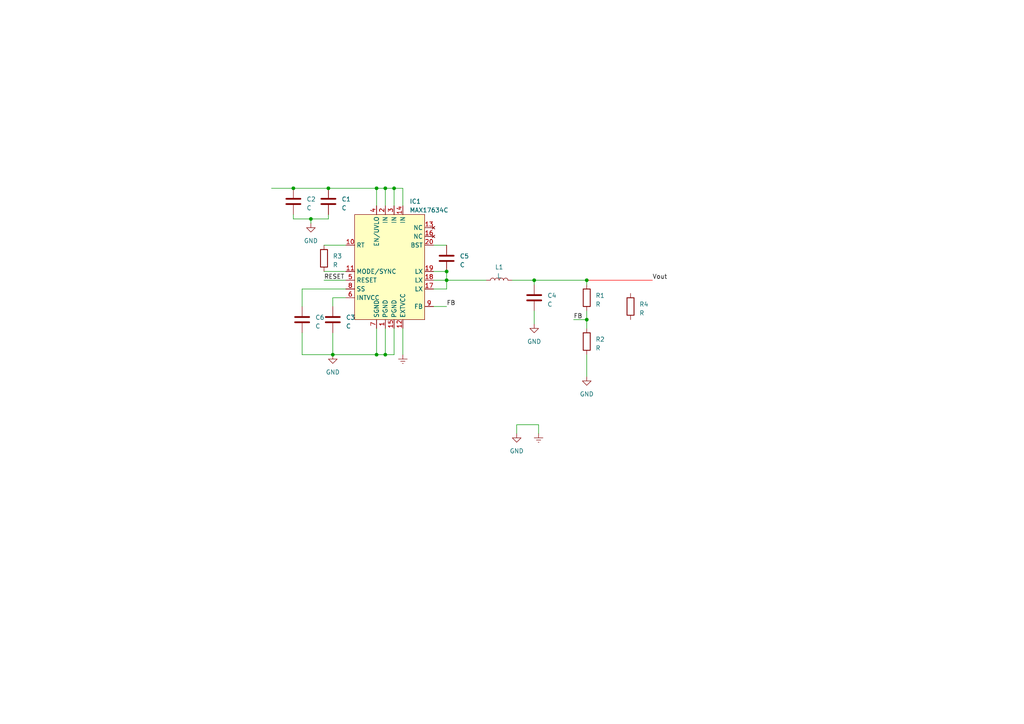
<source format=kicad_sch>
(kicad_sch (version 20230121) (generator eeschema)
  (paper "A4")
  (lib_symbols
    (symbol "Audio_DSP:MAX17634C"
      (property "Reference" "IC" (at 10.16 19.05 0))
      (property "Value" "MAX17634C" (at 10.16 16.51 0))
      (symbol "MAX17634C_0_1"
        (rectangle (start -10.16 15.24) (end 10.16 -15.24) (fill (type background)))
      )
      (symbol "MAX17634C_1_0"
        (pin no_connect line (at 12.7 8.89 180) (length 2.54) (name "NC") (number "16"))
      )
      (symbol "MAX17634C_1_1"
        (pin passive line (at -1.27 -17.78 90) (length 2.54) (name "PGND") (number "1"))
        (pin passive line (at -12.7 6.35 0) (length 2.54) (name "RT") (number "10"))
        (pin passive line (at -12.7 -1.27 0) (length 2.54) (name "MODE/SYNC") (number "11"))
        (pin passive line (at 3.81 -17.78 90) (length 2.54) (name "EXTVCC") (number "12"))
        (pin no_connect line (at 12.7 11.43 180) (length 2.54) (name "NC") (number "13"))
        (pin power_in line (at 3.81 17.78 270) (length 2.54) (name "IN") (number "14"))
        (pin passive line (at 1.27 -17.78 90) (length 2.54) (name "PGND") (number "15"))
        (pin power_out line (at 12.7 -6.35 180) (length 2.54) (name "LX") (number "17"))
        (pin power_out line (at 12.7 -3.81 180) (length 2.54) (name "LX") (number "18"))
        (pin power_out line (at 12.7 -1.27 180) (length 2.54) (name "LX") (number "19"))
        (pin power_in line (at -1.27 17.78 270) (length 2.54) (name "IN") (number "2"))
        (pin passive line (at 12.7 6.35 180) (length 2.54) (name "BST") (number "20"))
        (pin power_in line (at 1.27 17.78 270) (length 2.54) (name "IN") (number "3"))
        (pin passive line (at -3.81 17.78 270) (length 2.54) (name "EN/UVLO") (number "4"))
        (pin passive line (at -12.7 -3.81 0) (length 2.54) (name "RESET") (number "5"))
        (pin power_in line (at -12.7 -8.89 0) (length 2.54) (name "INTVCC") (number "6"))
        (pin passive line (at -3.81 -17.78 90) (length 2.54) (name "SGND") (number "7"))
        (pin passive line (at -12.7 -6.35 0) (length 2.54) (name "SS") (number "8"))
        (pin passive line (at 12.7 -11.43 180) (length 2.54) (name "FB") (number "9"))
      )
    )
    (symbol "Device:C" (pin_numbers hide) (pin_names (offset 0.254))
      (property "Reference" "C" (at 0.635 2.54 0))
      (property "Value" "C" (at 0.635 -2.54 0))
      (symbol "C_0_1"
        (polyline (pts (xy -2.032 -0.762) (xy 2.032 -0.762)) (stroke (width 0.508)))
        (polyline (pts (xy -2.032 0.762) (xy 2.032 0.762)) (stroke (width 0.508)))
      )
      (symbol "C_1_1"
        (pin passive line (at 0 3.81 270) (length 2.794) (name "~") (number "1"))
        (pin passive line (at 0 -3.81 90) (length 2.794) (name "~") (number "2"))
      )
    )
    (symbol "Device:L" (pin_numbers hide) (pin_names (offset 1.016) hide)
      (property "Reference" "L" (at -1.27 0 90))
      (property "Value" "L" (at 1.905 0 90))
      (symbol "L_0_1"
        (arc (start 0 -2.54) (mid 0.6323 -1.905) (end 0 -1.27))
        (arc (start 0 -1.27) (mid 0.6323 -0.635) (end 0 0))
        (arc (start 0 0) (mid 0.6323 0.635) (end 0 1.27))
        (arc (start 0 1.27) (mid 0.6323 1.905) (end 0 2.54))
      )
      (symbol "L_1_1"
        (pin passive line (at 0 3.81 270) (length 1.27) (name "1") (number "1"))
        (pin passive line (at 0 -3.81 90) (length 1.27) (name "2") (number "2"))
      )
    )
    (symbol "Device:R" (pin_numbers hide) (pin_names (offset 0))
      (property "Reference" "R" (at 2.032 0 90))
      (property "Value" "R" (at 0 0 90))
      (symbol "R_0_1"
        (rectangle (start -1.016 -2.54) (end 1.016 2.54) (stroke (width 0.254)))
      )
      (symbol "R_1_1"
        (pin passive line (at 0 3.81 270) (length 1.27) (name "~") (number "1"))
        (pin passive line (at 0 -3.81 90) (length 1.27) (name "~") (number "2"))
      )
    )
    (symbol "power:Earth" (power) (pin_names (offset 0))
      (symbol "Earth_0_1"
        (polyline (pts (xy -0.635 -1.905) (xy 0.635 -1.905)))
        (polyline (pts (xy -0.127 -2.54) (xy 0.127 -2.54)))
        (polyline (pts (xy 0 -1.27) (xy 0 0)))
        (polyline (pts (xy 1.27 -1.27) (xy -1.27 -1.27)))
      )
      (symbol "Earth_1_1"
        (pin power_in line (at 0 0 270) (length 0) hide (name "Earth") (number "1"))
      )
    )
    (symbol "power:GND" (power) (pin_names (offset 0))
      (property "Value" "GND" (at 0 -3.81 0))
      (symbol "GND_0_1"
        (polyline (pts (xy 0 0) (xy 0 -1.27) (xy 1.27 -1.27) (xy 0 -2.54) (xy -1.27 -1.27) (xy 0 -1.27)))
      )
      (symbol "GND_1_1"
        (pin power_in line (at 0 0 270) (length 0) hide (name "GND") (number "1"))
      )
    )
  )
  (junction (at 170.18 92.71))
  (junction (at 109.22 102.87))
  (junction (at 90.17 63.5))
  (junction (at 114.3 54.61))
  (junction (at 111.76 54.61))
  (junction (at 154.94 81.28))
  (junction (at 170.18 81.28))
  (junction (at 85.09 54.61))
  (junction (at 129.54 78.74))
  (junction (at 109.22 54.61))
  (junction (at 129.54 81.28))
  (junction (at 95.25 54.61))
  (junction (at 111.76 102.87))
  (junction (at 96.52 102.87))
  (wire (pts (xy 125.73 88.9) (xy 129.54 88.9)))
  (wire (pts (xy 100.33 83.82) (xy 87.63 83.82)))
  (wire (pts (xy 154.94 81.28) (xy 148.59 81.28)))
  (wire (pts (xy 116.84 59.69) (xy 116.84 54.61)))
  (wire (pts (xy 109.22 59.69) (xy 109.22 54.61)))
  (wire (pts (xy 111.76 54.61) (xy 114.3 54.61)))
  (wire (pts (xy 170.18 81.28) (xy 189.23 81.28)) (stroke (width 0) (color 255 0 0 1)))
  (wire (pts (xy 85.09 62.23) (xy 85.09 63.5)))
  (wire (pts (xy 125.73 71.12) (xy 129.54 71.12)))
  (wire (pts (xy 129.54 81.28) (xy 129.54 78.74)))
  (wire (pts (xy 93.98 81.28) (xy 100.33 81.28)))
  (wire (pts (xy 87.63 96.52) (xy 87.63 102.87)))
  (wire (pts (xy 93.98 78.74) (xy 100.33 78.74)))
  (wire (pts (xy 125.73 78.74) (xy 129.54 78.74)))
  (wire (pts (xy 87.63 83.82) (xy 87.63 88.9)))
  (wire (pts (xy 109.22 54.61) (xy 111.76 54.61)))
  (wire (pts (xy 95.25 62.23) (xy 95.25 63.5)))
  (wire (pts (xy 111.76 95.25) (xy 111.76 102.87)))
  (wire (pts (xy 114.3 102.87) (xy 111.76 102.87)))
  (wire (pts (xy 85.09 54.61) (xy 95.25 54.61)))
  (wire (pts (xy 149.86 123.19) (xy 156.21 123.19)))
  (wire (pts (xy 96.52 86.36) (xy 96.52 88.9)))
  (wire (pts (xy 156.21 123.19) (xy 156.21 125.73)))
  (wire (pts (xy 125.73 81.28) (xy 129.54 81.28)))
  (wire (pts (xy 166.37 92.71) (xy 170.18 92.71)))
  (wire (pts (xy 95.25 63.5) (xy 90.17 63.5)))
  (wire (pts (xy 111.76 54.61) (xy 111.76 59.69)))
  (wire (pts (xy 170.18 81.28) (xy 170.18 82.55)))
  (wire (pts (xy 114.3 54.61) (xy 116.84 54.61)))
  (wire (pts (xy 170.18 102.87) (xy 170.18 109.22)))
  (wire (pts (xy 78.74 54.61) (xy 85.09 54.61)))
  (wire (pts (xy 154.94 90.17) (xy 154.94 93.98)))
  (wire (pts (xy 154.94 81.28) (xy 170.18 81.28)))
  (wire (pts (xy 129.54 83.82) (xy 129.54 81.28)))
  (wire (pts (xy 114.3 95.25) (xy 114.3 102.87)))
  (wire (pts (xy 109.22 95.25) (xy 109.22 102.87)))
  (wire (pts (xy 109.22 102.87) (xy 96.52 102.87)))
  (wire (pts (xy 149.86 125.73) (xy 149.86 123.19)))
  (wire (pts (xy 93.98 71.12) (xy 100.33 71.12)))
  (wire (pts (xy 100.33 86.36) (xy 96.52 86.36)))
  (wire (pts (xy 129.54 81.28) (xy 140.97 81.28)))
  (wire (pts (xy 85.09 63.5) (xy 90.17 63.5)))
  (wire (pts (xy 87.63 102.87) (xy 96.52 102.87)))
  (wire (pts (xy 90.17 63.5) (xy 90.17 64.77)))
  (wire (pts (xy 96.52 102.87) (xy 96.52 96.52)))
  (wire (pts (xy 154.94 81.28) (xy 154.94 82.55)))
  (wire (pts (xy 170.18 92.71) (xy 170.18 95.25)))
  (wire (pts (xy 114.3 54.61) (xy 114.3 59.69)))
  (wire (pts (xy 116.84 95.25) (xy 116.84 102.87)))
  (wire (pts (xy 95.25 54.61) (xy 109.22 54.61)))
  (wire (pts (xy 125.73 83.82) (xy 129.54 83.82)))
  (wire (pts (xy 111.76 102.87) (xy 109.22 102.87)))
  (wire (pts (xy 170.18 90.17) (xy 170.18 92.71)))
  (label "FB" (at 166.37 92.71 0))
  (label "RESET" (at 93.98 81.28 0))
  (label "Vout" (at 189.23 81.28 0))
  (label "FB" (at 129.54 88.9 0))
  (symbol (lib_id "Device:R") (at 182.88 88.9 0) (unit 1)
    (property "Reference" "R4" (at 185.42 88.265 0) (effects (justify left)))
    (property "Value" "R" (at 185.42 90.805 0) (effects (justify left)))
    (property "Footprint" "Resistor_SMD:R_0402_1005Metric" (effects hide))
  )
  (symbol (lib_id "Device:C") (at 95.25 58.42 0) (unit 1)
    (property "Reference" "C1" (at 99.06 57.785 0) (effects (justify left)))
    (property "Value" "C" (at 99.06 60.325 0) (effects (justify left)))
    (property "Footprint" "Capacitor_SMD:C_0402_1005Metric" (effects hide))
  )
  (symbol (lib_id "Device:R") (at 170.18 99.06 0) (unit 1)
    (property "Reference" "R2" (at 172.72 98.425 0) (effects (justify left)))
    (property "Value" "R" (at 172.72 100.965 0) (effects (justify left)))
    (property "Footprint" "Resistor_SMD:R_0402_1005Metric" (effects hide))
  )
  (symbol (lib_id "power:Earth") (at 156.21 125.73 0) (unit 1)
    (property "Reference" "#PWR04" (effects hide))
    (property "Value" "Earth" (effects hide))
  )
  (symbol (lib_id "Device:C") (at 85.09 58.42 0) (unit 1)
    (property "Reference" "C2" (at 88.9 57.785 0) (effects (justify left)))
    (property "Value" "C" (at 88.9 60.325 0) (effects (justify left)))
    (property "Footprint" "Capacitor_SMD:C_0402_1005Metric" (effects hide))
  )
  (symbol (lib_id "Device:R") (at 93.98 74.93 0) (unit 1)
    (property "Reference" "R3" (at 96.52 74.295 0) (effects (justify left)))
    (property "Value" "R" (at 96.52 76.835 0) (effects (justify left)))
    (property "Footprint" "Resistor_SMD:R_0402_1005Metric" (effects hide))
  )
  (symbol (lib_id "Device:C") (at 154.94 86.36 0) (unit 1)
    (property "Reference" "C4" (at 158.75 85.725 0) (effects (justify left)))
    (property "Value" "C" (at 158.75 88.265 0) (effects (justify left)))
    (property "Footprint" "Capacitor_SMD:C_Elec_4x5.8" (effects hide))
  )
  (symbol (lib_id "power:GND") (at 90.17 64.77 0) (unit 1)
    (property "Reference" "#PWR06" (effects hide))
    (property "Value" "GND" (at 90.17 69.85 0))
  )
  (symbol (lib_id "power:GND") (at 154.94 93.98 0) (unit 1)
    (property "Reference" "#PWR05" (effects hide))
    (property "Value" "GND" (at 154.94 99.06 0))
  )
  (symbol (lib_id "power:GND") (at 96.52 102.87 0) (unit 1)
    (property "Reference" "#PWR01" (effects hide))
    (property "Value" "GND" (at 96.52 107.95 0))
  )
  (symbol (lib_id "power:GND") (at 170.18 109.22 0) (unit 1)
    (property "Reference" "#PWR07" (effects hide))
    (property "Value" "GND" (at 170.18 114.3 0))
  )
  (symbol (lib_id "Device:R") (at 170.18 86.36 0) (unit 1)
    (property "Reference" "R1" (at 172.72 85.725 0) (effects (justify left)))
    (property "Value" "R" (at 172.72 88.265 0) (effects (justify left)))
    (property "Footprint" "Resistor_SMD:R_0402_1005Metric" (effects hide))
  )
  (symbol (lib_id "power:GND") (at 149.86 125.73 0) (unit 1)
    (property "Reference" "#PWR03" (effects hide))
    (property "Value" "GND" (at 149.86 130.81 0))
  )
  (symbol (lib_id "Audio_DSP:MAX17634C") (at 113.03 77.47 0) (unit 1)
    (property "Reference" "IC1" (at 118.7959 58.42 0) (effects (justify left)))
    (property "Value" "MAX17634C" (at 118.7959 60.96 0) (effects (justify left)))
    (property "Footprint" "Package_DFN_QFN:TQFN-20-1EP_4x4mm_P0.5mm_EP2.9x2.9mm" (effects hide))
    (property "Datasheet" "https://www.analog.com/media/en/technical-documentation/data-sheets/MAX17634A-MAX17634C.pdf" (effects hide))
  )
  (symbol (lib_id "Device:C") (at 87.63 92.71 0) (unit 1)
    (property "Reference" "C6" (at 91.44 92.075 0) (effects (justify left)))
    (property "Value" "C" (at 91.44 94.615 0) (effects (justify left)))
    (property "Footprint" "Capacitor_SMD:C_0402_1005Metric" (effects hide))
  )
  (symbol (lib_id "Device:C") (at 96.52 92.71 0) (unit 1)
    (property "Reference" "C3" (at 100.33 92.075 0) (effects (justify left)))
    (property "Value" "C" (at 100.33 94.615 0) (effects (justify left)))
    (property "Footprint" "Capacitor_SMD:C_0402_1005Metric" (effects hide))
  )
  (symbol (lib_id "Device:C") (at 129.54 74.93 0) (unit 1)
    (property "Reference" "C5" (at 133.35 74.295 0) (effects (justify left)))
    (property "Value" "C" (at 133.35 76.835 0) (effects (justify left)))
    (property "Footprint" "Capacitor_SMD:C_0402_1005Metric" (effects hide))
  )
  (symbol (lib_id "power:Earth") (at 116.84 102.87 0) (unit 1)
    (property "Reference" "#PWR02" (effects hide))
    (property "Value" "Earth" (effects hide))
  )
  (symbol (lib_id "Device:L") (at 144.78 81.28 90) (unit 1)
    (property "Reference" "L1" (at 144.78 77.47 90))
    (property "Value" "L" (at 144.78 80.01 90))
    (property "Footprint" "Inductor_SMD:L_6.3x6.3_H3" (effects hide))
  )
)
</source>
